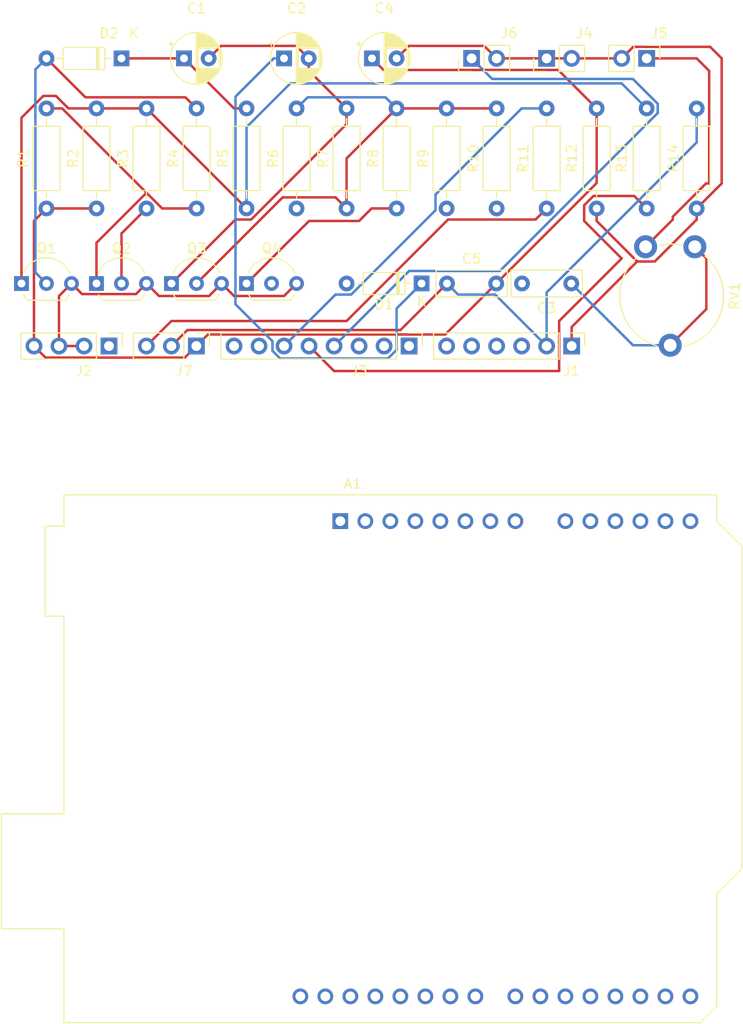
<source format=kicad_pcb>
(kicad_pcb (version 20221018) (generator pcbnew)
  (layers (0 "F.Cu" signal) (31 "B.Cu" signal) (34 "B.Paste" user) (35 "F.Paste" user) (36 "B.SilkS" user "B.Silkscreen") (37 "F.SilkS" user "F.Silkscreen") (38 "B.Mask" user) (39 "F.Mask" user) (44 "Edge.Cuts" user))
  (net 0 "")
  (net 1 "Net-(D2-K)")
  (net 2 "Net-(Q3-C)")
  (net 3 "Net-(D1-K)")
  (net 4 "Net-(C3-Pad1)")
  (net 5 "Net-(Q4-B)")
  (net 6 "VCC")
  (net 7 "GND")
  (net 8 "Net-(J1-Pin_2)")
  (net 9 "Net-(D1-A)")
  (net 10 "Net-(D2-A)")
  (net 11 "Micro")
  (net 12 "Taste")
  (net 13 "Net-(Q2-C)")
  (net 14 "Net-(Q1-C)")
  (net 15 "Net-(Q3-B)")
  (net 16 "Net-(Q4-C)")
  (net 17 "Net-(J7-Pin_3)")
  (net 18 "Net-(J3-Pin_6)")
  (net 19 "DI6")
  (footprint "Potentiometer_THT:Potentiometer_Piher_PT-10-V10_Vertical_Hole" (layer "F.Cu") (at 147.21 85.17 -90)
    (fp_text reference "RV1" (at 5 -9.05 90) (layer "F.SilkS"))
    (fp_text value "10k")
    (pad "" np_thru_hole circle (at 5 -2.65 270) (size 4 4) (drill 4) (layers "*.Cu" "*.Mask"))
    (pad "1" thru_hole circle (at 0 0 270) (size 2.34 2.34) (drill 1.3) (layers "*.Cu" "*.Mask") (net 11 "Micro"))
    (pad "2" thru_hole circle (at 10 -2.5 270) (size 2.34 2.34) (drill 1.3) (layers "*.Cu" "*.Mask") (net 4 "Net-(C3-Pad1)"))
    (pad "3" thru_hole circle (at 0 -5 270) (size 2.34 2.34) (drill 1.3) (layers "*.Cu" "*.Mask") (net 4 "Net-(C3-Pad1)"))
  )
  (footprint "Resistor_THT:R_Axial_DIN0207_L6.3mm_D2.5mm_P10.16mm_Horizontal" (layer "F.Cu") (at 86.36 81.28 90)
    (fp_text reference "R1" (at 5.08 -2.37 90) (layer "F.SilkS"))
    (fp_text value "1k")
    (pad "1" thru_hole circle (at 0 0 90) (size 1.6 1.6) (drill 0.8) (layers "*.Cu" "*.Mask") (net 6 "VCC"))
    (pad "2" thru_hole oval (at 10.16 0 90) (size 1.6 1.6) (drill 0.8) (layers "*.Cu" "*.Mask") (net 13 "Net-(Q2-C)"))
  )
  (footprint "Resistor_THT:R_Axial_DIN0207_L6.3mm_D2.5mm_P10.16mm_Horizontal" (layer "F.Cu") (at 137.16 81.28 90)
    (fp_text reference "R11" (at 5.08 -2.37 90) (layer "F.SilkS"))
    (fp_text value "470")
    (pad "1" thru_hole circle (at 0 0 90) (size 1.6 1.6) (drill 0.8) (layers "*.Cu" "*.Mask") (net 17 "Net-(J7-Pin_3)"))
    (pad "2" thru_hole oval (at 10.16 0 90) (size 1.6 1.6) (drill 0.8) (layers "*.Cu" "*.Mask") (net 18 "Net-(J3-Pin_6)"))
  )
  (footprint "Resistor_THT:R_Axial_DIN0207_L6.3mm_D2.5mm_P10.16mm_Horizontal" (layer "F.Cu") (at 147.32 71.12 -90)
    (fp_text reference "R13" (at 5.08 2.54 90) (layer "F.SilkS"))
    (fp_text value "470")
    (pad "1" thru_hole circle (at 0 0 270) (size 1.6 1.6) (drill 0.8) (layers "*.Cu" "*.Mask") (net 14 "Net-(Q1-C)"))
    (pad "2" thru_hole oval (at 10.16 0 270) (size 1.6 1.6) (drill 0.8) (layers "*.Cu" "*.Mask") (net 19 "DI6"))
  )
  (footprint "Resistor_THT:R_Axial_DIN0207_L6.3mm_D2.5mm_P10.16mm_Horizontal" (layer "F.Cu") (at 106.68 81.28 90)
    (fp_text reference "R5" (at 5.08 -2.37 90) (layer "F.SilkS"))
    (fp_text value "1k")
    (pad "1" thru_hole circle (at 0 0 90) (size 1.6 1.6) (drill 0.8) (layers "*.Cu" "*.Mask") (net 14 "Net-(Q1-C)"))
    (pad "2" thru_hole oval (at 10.16 0 90) (size 1.6 1.6) (drill 0.8) (layers "*.Cu" "*.Mask") (net 1 "Net-(D2-K)"))
  )
  (footprint "Connector_PinHeader_2.54mm:PinHeader_1x03_P2.54mm_Vertical" (layer "F.Cu") (at 101.585 95.25 -90)
    (fp_text reference "J7" (at 2.54 1.255 -180) (layer "F.SilkS"))
    (fp_text value "03")
    (pad "1" thru_hole rect (at 0 0 270) (size 1.7 1.7) (drill 1) (layers "*.Cu" "*.Mask") (net 6 "VCC"))
    (pad "2" thru_hole oval (at 0 2.54 270) (size 1.7 1.7) (drill 1) (layers "*.Cu" "*.Mask") (net 8 "Net-(J1-Pin_2)"))
    (pad "3" thru_hole oval (at 0 5.08 270) (size 1.7 1.7) (drill 1) (layers "*.Cu" "*.Mask") (net 17 "Net-(J7-Pin_3)"))
  )
  (footprint "Diode_THT:D_DO-35_SOD27_P7.62mm_Horizontal" (layer "F.Cu") (at 124.46 88.9 180)
    (fp_text reference "D1" (at 3.81 -2.12) (layer "F.SilkS"))
    (fp_text value "1N4148")
    (fp_text user "K" (at 0 -1.8) (layer "F.SilkS"))
    (pad "1" thru_hole rect (at 0 0 180) (size 1.6 1.6) (drill 0.8) (layers "*.Cu" "*.Mask") (net 3 "Net-(D1-K)"))
    (pad "2" thru_hole oval (at 7.62 0 180) (size 1.6 1.6) (drill 0.8) (layers "*.Cu" "*.Mask") (net 9 "Net-(D1-A)"))
  )
  (footprint "Resistor_THT:R_Axial_DIN0207_L6.3mm_D2.5mm_P10.16mm_Horizontal" (layer "F.Cu") (at 91.44 81.28 90)
    (fp_text reference "R2" (at 5.08 -2.37 90) (layer "F.SilkS"))
    (fp_text value "1k")
    (pad "1" thru_hole circle (at 0 0 90) (size 1.6 1.6) (drill 0.8) (layers "*.Cu" "*.Mask") (net 6 "VCC"))
    (pad "2" thru_hole oval (at 10.16 0 90) (size 1.6 1.6) (drill 0.8) (layers "*.Cu" "*.Mask") (net 14 "Net-(Q1-C)"))
  )
  (footprint "Package_TO_SOT_THT:TO-92L_Inline_Wide" (layer "F.Cu") (at 83.82 88.9)
    (fp_text reference "Q1" (at 2.54 -3.56) (layer "F.SilkS"))
    (fp_text value "BC547")
    (pad "1" thru_hole rect (at 0 0) (size 1.5 1.5) (drill 0.8) (layers "*.Cu" "*.Mask") (net 14 "Net-(Q1-C)"))
    (pad "2" thru_hole circle (at 2.54 0) (size 1.5 1.5) (drill 0.8) (layers "*.Cu" "*.Mask") (net 10 "Net-(D2-A)"))
    (pad "3" thru_hole circle (at 5.08 0) (size 1.5 1.5) (drill 0.8) (layers "*.Cu" "*.Mask") (net 7 "GND"))
  )
  (footprint "Capacitor_THT:CP_Radial_D5.0mm_P2.50mm" (layer "F.Cu") (at 100.33 66.04)
    (fp_text reference "C1" (at 1.27 -5.08) (layer "F.SilkS"))
    (fp_text value "47μF")
    (pad "1" thru_hole rect (at 0 0) (size 1.6 1.6) (drill 0.8) (layers "*.Cu" "*.Mask") (net 1 "Net-(D2-K)"))
    (pad "2" thru_hole circle (at 2.5 0) (size 1.6 1.6) (drill 0.8) (layers "*.Cu" "*.Mask") (net 2 "Net-(Q3-C)"))
  )
  (footprint "Package_TO_SOT_THT:TO-92L_Inline_Wide" (layer "F.Cu") (at 99.06 88.9)
    (fp_text reference "Q3" (at 2.54 -3.56) (layer "F.SilkS"))
    (fp_text value "BC547")
    (pad "1" thru_hole rect (at 0 0) (size 1.5 1.5) (drill 0.8) (layers "*.Cu" "*.Mask") (net 2 "Net-(Q3-C)"))
    (pad "2" thru_hole circle (at 2.54 0) (size 1.5 1.5) (drill 0.8) (layers "*.Cu" "*.Mask") (net 15 "Net-(Q3-B)"))
    (pad "3" thru_hole circle (at 5.08 0) (size 1.5 1.5) (drill 0.8) (layers "*.Cu" "*.Mask") (net 7 "GND"))
  )
  (footprint "Connector_PinHeader_2.54mm:PinHeader_1x02_P2.54mm_Vertical" (layer "F.Cu") (at 147.32 66.04 -90)
    (fp_text reference "J5" (at -2.54 -1.27 -180) (layer "F.SilkS"))
    (fp_text value "Micro")
    (pad "1" thru_hole rect (at 0 0 270) (size 1.7 1.7) (drill 1) (layers "*.Cu" "*.Mask") (net 11 "Micro"))
    (pad "2" thru_hole oval (at 0 2.54 270) (size 1.7 1.7) (drill 1) (layers "*.Cu" "*.Mask") (net 7 "GND"))
  )
  (footprint "Resistor_THT:R_Axial_DIN0207_L6.3mm_D2.5mm_P10.16mm_Horizontal" (layer "F.Cu") (at 152.4 81.28 90)
    (fp_text reference "R14" (at 5.08 -2.37 90) (layer "F.SilkS"))
    (fp_text value "0,22")
    (pad "1" thru_hole circle (at 0 0 90) (size 1.6 1.6) (drill 0.8) (layers "*.Cu" "*.Mask") (net 7 "GND"))
    (pad "2" thru_hole oval (at 10.16 0 90) (size 1.6 1.6) (drill 0.8) (layers "*.Cu" "*.Mask") (net 8 "Net-(J1-Pin_2)"))
  )
  (footprint "Diode_THT:D_DO-35_SOD27_P7.62mm_Horizontal" (layer "F.Cu") (at 93.98 66.04 180)
    (fp_text reference "D2" (at 1.27 2.54) (layer "F.SilkS"))
    (fp_text value "1N4148")
    (fp_text user "K" (at -1.27 2.54) (layer "F.SilkS"))
    (pad "1" thru_hole rect (at 0 0 180) (size 1.6 1.6) (drill 0.8) (layers "*.Cu" "*.Mask") (net 1 "Net-(D2-K)"))
    (pad "2" thru_hole oval (at 7.62 0 180) (size 1.6 1.6) (drill 0.8) (layers "*.Cu" "*.Mask") (net 10 "Net-(D2-A)"))
  )
  (footprint "Connector_PinHeader_2.54mm:PinHeader_1x08_P2.54mm_Vertical" (layer "F.Cu") (at 123.19 95.25 -90)
    (fp_text reference "J3" (at 2.54 5.08 -180) (layer "F.SilkS"))
    (fp_text value "DIGITAL")
    (pad "1" thru_hole rect (at 0 0 270) (size 1.7 1.7) (drill 1) (layers "*.Cu" "*.Mask"))
    (pad "2" thru_hole oval (at 0 2.54 270) (size 1.7 1.7) (drill 1) (layers "*.Cu" "*.Mask"))
    (pad "3" thru_hole oval (at 0 5.08 270) (size 1.7 1.7) (drill 1) (layers "*.Cu" "*.Mask"))
    (pad "4" thru_hole oval (at 0 7.62 270) (size 1.7 1.7) (drill 1) (layers "*.Cu" "*.Mask") (net 12 "Taste"))
    (pad "5" thru_hole oval (at 0 10.16 270) (size 1.7 1.7) (drill 1) (layers "*.Cu" "*.Mask") (net 19 "DI6"))
    (pad "6" thru_hole oval (at 0 12.7 270) (size 1.7 1.7) (drill 1) (layers "*.Cu" "*.Mask") (net 18 "Net-(J3-Pin_6)"))
    (pad "7" thru_hole oval (at 0 15.24 270) (size 1.7 1.7) (drill 1) (layers "*.Cu" "*.Mask"))
    (pad "8" thru_hole oval (at 0 17.78 270) (size 1.7 1.7) (drill 1) (layers "*.Cu" "*.Mask"))
  )
  (footprint "Connector_PinHeader_2.54mm:PinHeader_1x02_P2.54mm_Vertical" (layer "F.Cu") (at 137.16 66.04 90)
    (fp_text reference "J4" (at 2.54 3.81 180) (layer "F.SilkS"))
    (fp_text value "LDR")
    (pad "1" thru_hole rect (at 0 0 90) (size 1.7 1.7) (drill 1) (layers "*.Cu" "*.Mask") (net 7 "GND"))
    (pad "2" thru_hole oval (at 0 2.54 90) (size 1.7 1.7) (drill 1) (layers "*.Cu" "*.Mask") (net 7 "GND"))
  )
  (footprint "Package_TO_SOT_THT:TO-92L_Inline_Wide" (layer "F.Cu") (at 106.68 88.9)
    (fp_text reference "Q4" (at 2.54 -3.56) (layer "F.SilkS"))
    (fp_text value "BC547")
    (pad "1" thru_hole rect (at 0 0) (size 1.5 1.5) (drill 0.8) (layers "*.Cu" "*.Mask") (net 16 "Net-(Q4-C)"))
    (pad "2" thru_hole circle (at 2.54 0) (size 1.5 1.5) (drill 0.8) (layers "*.Cu" "*.Mask") (net 5 "Net-(Q4-B)"))
    (pad "3" thru_hole circle (at 5.08 0) (size 1.5 1.5) (drill 0.8) (layers "*.Cu" "*.Mask") (net 7 "GND"))
  )
  (footprint "Connector_PinHeader_2.54mm:PinHeader_1x04_P2.54mm_Vertical" (layer "F.Cu") (at 92.71 95.25 -90)
    (fp_text reference "J2" (at 2.54 2.54 -180) (layer "F.SilkS"))
    (fp_text value "Power")
    (pad "1" thru_hole rect (at 0 0 270) (size 1.7 1.7) (drill 1) (layers "*.Cu" "*.Mask"))
    (pad "2" thru_hole oval (at 0 2.54 270) (size 1.7 1.7) (drill 1) (layers "*.Cu" "*.Mask") (net 7 "GND"))
    (pad "3" thru_hole oval (at 0 5.08 270) (size 1.7 1.7) (drill 1) (layers "*.Cu" "*.Mask") (net 7 "GND"))
    (pad "4" thru_hole oval (at 0 7.62 270) (size 1.7 1.7) (drill 1) (layers "*.Cu" "*.Mask") (net 6 "VCC"))
  )
  (footprint "Connector_PinHeader_2.54mm:PinHeader_1x06_P2.54mm_Vertical" (layer "F.Cu") (at 139.7 95.25 -90)
    (fp_text reference "J1" (at 2.54 0) (layer "F.SilkS"))
    (fp_text value "Analog IN")
    (pad "1" thru_hole rect (at 0 0 270) (size 1.7 1.7) (drill 1) (layers "*.Cu" "*.Mask") (net 7 "GND"))
    (pad "2" thru_hole oval (at 0 2.54 270) (size 1.7 1.7) (drill 1) (layers "*.Cu" "*.Mask") (net 8 "Net-(J1-Pin_2)"))
    (pad "3" thru_hole oval (at 0 5.08 270) (size 1.7 1.7) (drill 1) (layers "*.Cu" "*.Mask"))
    (pad "4" thru_hole oval (at 0 7.62 270) (size 1.7 1.7) (drill 1) (layers "*.Cu" "*.Mask"))
    (pad "5" thru_hole oval (at 0 10.16 270) (size 1.7 1.7) (drill 1) (layers "*.Cu" "*.Mask"))
    (pad "6" thru_hole oval (at 0 12.7 270) (size 1.7 1.7) (drill 1) (layers "*.Cu" "*.Mask"))
  )
  (footprint "Resistor_THT:R_Axial_DIN0207_L6.3mm_D2.5mm_P10.16mm_Horizontal" (layer "F.Cu") (at 121.92 81.28 90)
    (fp_text reference "R8" (at 5.08 -2.37 90) (layer "F.SilkS"))
    (fp_text value "4k7")
    (pad "1" thru_hole circle (at 0 0 90) (size 1.6 1.6) (drill 0.8) (layers "*.Cu" "*.Mask") (net 16 "Net-(Q4-C)"))
    (pad "2" thru_hole oval (at 10.16 0 90) (size 1.6 1.6) (drill 0.8) (layers "*.Cu" "*.Mask") (net 15 "Net-(Q3-B)"))
  )
  (footprint "Capacitor_THT:C_Disc_D7.0mm_W2.5mm_P5.00mm" (layer "F.Cu") (at 139.66 88.9 180)
    (fp_text reference "C3" (at 2.5 -2.5) (layer "F.SilkS"))
    (fp_text value "100NF")
    (pad "1" thru_hole circle (at 0 0 180) (size 1.6 1.6) (drill 0.8) (layers "*.Cu" "*.Mask") (net 4 "Net-(C3-Pad1)"))
    (pad "2" thru_hole circle (at 5 0 180) (size 1.6 1.6) (drill 0.8) (layers "*.Cu" "*.Mask") (net 5 "Net-(Q4-B)"))
  )
  (footprint "Capacitor_THT:CP_Radial_D5.0mm_P2.50mm" (layer "F.Cu") (at 119.42 66.04)
    (fp_text reference "C4" (at 1.23 -5.08) (layer "F.SilkS"))
    (fp_text value "47μF")
    (pad "1" thru_hole rect (at 0 0) (size 1.6 1.6) (drill 0.8) (layers "*.Cu" "*.Mask") (net 6 "VCC"))
    (pad "2" thru_hole circle (at 2.5 0) (size 1.6 1.6) (drill 0.8) (layers "*.Cu" "*.Mask") (net 7 "GND"))
  )
  (footprint "Module:Arduino_UNO_R2" (layer "F.Cu") (at 116.205 113.03)
    (fp_text reference "A1" (at 1.27 -3.81 180) (layer "F.SilkS"))
    (fp_text value "Arduino_UNO_R2")
    (pad "1" thru_hole rect (at 0 0 90) (size 1.6 1.6) (drill 1) (layers "*.Cu" "*.Mask"))
    (pad "2" thru_hole oval (at 2.54 0 90) (size 1.6 1.6) (drill 1) (layers "*.Cu" "*.Mask"))
    (pad "3" thru_hole oval (at 5.08 0 90) (size 1.6 1.6) (drill 1) (layers "*.Cu" "*.Mask"))
    (pad "4" thru_hole oval (at 7.62 0 90) (size 1.6 1.6) (drill 1) (layers "*.Cu" "*.Mask"))
    (pad "5" thru_hole oval (at 10.16 0 90) (size 1.6 1.6) (drill 1) (layers "*.Cu" "*.Mask"))
    (pad "6" thru_hole oval (at 12.7 0 90) (size 1.6 1.6) (drill 1) (layers "*.Cu" "*.Mask"))
    (pad "7" thru_hole oval (at 15.24 0 90) (size 1.6 1.6) (drill 1) (layers "*.Cu" "*.Mask"))
    (pad "8" thru_hole oval (at 17.78 0 90) (size 1.6 1.6) (drill 1) (layers "*.Cu" "*.Mask"))
    (pad "9" thru_hole oval (at 22.86 0 90) (size 1.6 1.6) (drill 1) (layers "*.Cu" "*.Mask"))
    (pad "10" thru_hole oval (at 25.4 0 90) (size 1.6 1.6) (drill 1) (layers "*.Cu" "*.Mask"))
    (pad "11" thru_hole oval (at 27.94 0 90) (size 1.6 1.6) (drill 1) (layers "*.Cu" "*.Mask"))
    (pad "12" thru_hole oval (at 30.48 0 90) (size 1.6 1.6) (drill 1) (layers "*.Cu" "*.Mask"))
    (pad "13" thru_hole oval (at 33.02 0 90) (size 1.6 1.6) (drill 1) (layers "*.Cu" "*.Mask"))
    (pad "14" thru_hole oval (at 35.56 0 90) (size 1.6 1.6) (drill 1) (layers "*.Cu" "*.Mask"))
    (pad "15" thru_hole oval (at 35.56 48.26 90) (size 1.6 1.6) (drill 1) (layers "*.Cu" "*.Mask"))
    (pad "16" thru_hole oval (at 33.02 48.26 90) (size 1.6 1.6) (drill 1) (layers "*.Cu" "*.Mask"))
    (pad "17" thru_hole oval (at 30.48 48.26 90) (size 1.6 1.6) (drill 1) (layers "*.Cu" "*.Mask"))
    (pad "18" thru_hole oval (at 27.94 48.26 90) (size 1.6 1.6) (drill 1) (layers "*.Cu" "*.Mask"))
    (pad "19" thru_hole oval (at 25.4 48.26 90) (size 1.6 1.6) (drill 1) (layers "*.Cu" "*.Mask"))
    (pad "20" thru_hole oval (at 22.86 48.26 90) (size 1.6 1.6) (drill 1) (layers "*.Cu" "*.Mask"))
    (pad "21" thru_hole oval (at 20.32 48.26 90) (size 1.6 1.6) (drill 1) (layers "*.Cu" "*.Mask"))
    (pad "22" thru_hole oval (at 17.78 48.26 90) (size 1.6 1.6) (drill 1) (layers "*.Cu" "*.Mask"))
    (pad "23" thru_hole oval (at 13.72 48.26 90) (size 1.6 1.6) (drill 1) (layers "*.Cu" "*.Mask"))
    (pad "24" thru_hole oval (at 11.18 48.26 90) (size 1.6 1.6) (drill 1) (layers "*.Cu" "*.Mask"))
    (pad "25" thru_hole oval (at 8.64 48.26 90) (size 1.6 1.6) (drill 1) (layers "*.Cu" "*.Mask"))
    (pad "26" thru_hole oval (at 6.1 48.26 90) (size 1.6 1.6) (drill 1) (layers "*.Cu" "*.Mask"))
    (pad "27" thru_hole oval (at 3.56 48.26 90) (size 1.6 1.6) (drill 1) (layers "*.Cu" "*.Mask"))
    (pad "28" thru_hole oval (at 1.02 48.26 90) (size 1.6 1.6) (drill 1) (layers "*.Cu" "*.Mask"))
    (pad "29" thru_hole oval (at -1.52 48.26 90) (size 1.6 1.6) (drill 1) (layers "*.Cu" "*.Mask"))
    (pad "30" thru_hole oval (at -4.06 48.26 90) (size 1.6 1.6) (drill 1) (layers "*.Cu" "*.Mask"))
  )
  (footprint "Package_TO_SOT_THT:TO-92L_Inline_Wide" (layer "F.Cu") (at 91.44 88.9)
    (fp_text reference "Q2" (at 2.54 -3.56) (layer "F.SilkS"))
    (fp_text value "BC547")
    (pad "1" thru_hole rect (at 0 0) (size 1.5 1.5) (drill 0.8) (layers "*.Cu" "*.Mask") (net 13 "Net-(Q2-C)"))
    (pad "2" thru_hole circle (at 2.54 0) (size 1.5 1.5) (drill 0.8) (layers "*.Cu" "*.Mask") (net 9 "Net-(D1-A)"))
    (pad "3" thru_hole circle (at 5.08 0) (size 1.5 1.5) (drill 0.8) (layers "*.Cu" "*.Mask") (net 7 "GND"))
  )
  (footprint "Resistor_THT:R_Axial_DIN0207_L6.3mm_D2.5mm_P10.16mm_Horizontal" (layer "F.Cu") (at 101.6 81.28 90)
    (fp_text reference "R4" (at 5.08 -2.37 90) (layer "F.SilkS"))
    (fp_text value "22k")
    (pad "1" thru_hole circle (at 0 0 90) (size 1.6 1.6) (drill 0.8) (layers "*.Cu" "*.Mask") (net 13 "Net-(Q2-C)"))
    (pad "2" thru_hole oval (at 10.16 0 90) (size 1.6 1.6) (drill 0.8) (layers "*.Cu" "*.Mask") (net 10 "Net-(D2-A)"))
  )
  (footprint "Capacitor_THT:CP_Radial_D5.0mm_P2.50mm" (layer "F.Cu") (at 110.49 66.04)
    (fp_text reference "C2" (at 1.27 -5.08) (layer "F.SilkS"))
    (fp_text value "47μF")
    (pad "1" thru_hole rect (at 0 0) (size 1.6 1.6) (drill 0.8) (layers "*.Cu" "*.Mask") (net 3 "Net-(D1-K)"))
    (pad "2" thru_hole circle (at 2.5 0) (size 1.6 1.6) (drill 0.8) (layers "*.Cu" "*.Mask") (net 2 "Net-(Q3-C)"))
  )
  (footprint "Resistor_THT:R_Axial_DIN0207_L6.3mm_D2.5mm_P10.16mm_Horizontal" (layer "F.Cu") (at 127 81.28 90)
    (fp_text reference "R9" (at 5.08 -2.37 90) (layer "F.SilkS"))
    (fp_text value "160k")
    (pad "1" thru_hole circle (at 0 0 90) (size 1.6 1.6) (drill 0.8) (layers "*.Cu" "*.Mask") (net 5 "Net-(Q4-B)"))
    (pad "2" thru_hole oval (at 10.16 0 90) (size 1.6 1.6) (drill 0.8) (layers "*.Cu" "*.Mask") (net 15 "Net-(Q3-B)"))
  )
  (footprint "Connector_PinHeader_2.54mm:PinHeader_1x02_P2.54mm_Vertical" (layer "F.Cu") (at 129.54 66.04 90)
    (fp_text reference "J6" (at 2.54 3.81 180) (layer "F.SilkS"))
    (fp_text value "Taste")
    (pad "1" thru_hole rect (at 0 0 90) (size 1.7 1.7) (drill 1) (layers "*.Cu" "*.Mask") (net 12 "Taste"))
    (pad "2" thru_hole oval (at 0 2.54 90) (size 1.7 1.7) (drill 1) (layers "*.Cu" "*.Mask") (net 7 "GND"))
  )
  (footprint "Resistor_THT:R_Axial_DIN0207_L6.3mm_D2.5mm_P10.16mm_Horizontal" (layer "F.Cu") (at 96.52 81.28 90)
    (fp_text reference "R3" (at 5.08 -2.37 90) (layer "F.SilkS"))
    (fp_text value "22k")
    (pad "1" thru_hole circle (at 0 0 90) (size 1.6 1.6) (drill 0.8) (layers "*.Cu" "*.Mask") (net 9 "Net-(D1-A)"))
    (pad "2" thru_hole oval (at 10.16 0 90) (size 1.6 1.6) (drill 0.8) (layers "*.Cu" "*.Mask") (net 14 "Net-(Q1-C)"))
  )
  (footprint "Resistor_THT:R_Axial_DIN0207_L6.3mm_D2.5mm_P10.16mm_Horizontal" (layer "F.Cu") (at 142.24 71.12 -90)
    (fp_text reference "R12" (at 5.08 2.54 90) (layer "F.SilkS"))
    (fp_text value "10k")
    (pad "1" thru_hole circle (at 0 0 270) (size 1.6 1.6) (drill 0.8) (layers "*.Cu" "*.Mask") (net 6 "VCC"))
    (pad "2" thru_hole oval (at 10.16 0 270) (size 1.6 1.6) (drill 0.8) (layers "*.Cu" "*.Mask") (net 7 "GND"))
  )
  (footprint "Resistor_THT:R_Axial_DIN0207_L6.3mm_D2.5mm_P10.16mm_Horizontal" (layer "F.Cu") (at 111.76 81.28 90)
    (fp_text reference "R6" (at 5.08 -2.37 90) (layer "F.SilkS"))
    (fp_text value "1k")
    (pad "1" thru_hole circle (at 0 0 90) (size 1.6 1.6) (drill 0.8) (layers "*.Cu" "*.Mask") (net 13 "Net-(Q2-C)"))
    (pad "2" thru_hole oval (at 10.16 0 90) (size 1.6 1.6) (drill 0.8) (layers "*.Cu" "*.Mask") (net 15 "Net-(Q3-B)"))
  )
  (footprint "Capacitor_THT:C_Disc_D7.0mm_W2.5mm_P5.00mm" (layer "F.Cu") (at 127.04 88.9)
    (fp_text reference "C5" (at 2.5 -2.5) (layer "F.SilkS"))
    (fp_text value "100NF")
    (pad "1" thru_hole circle (at 0 0) (size 1.6 1.6) (drill 0.8) (layers "*.Cu" "*.Mask") (net 8 "Net-(J1-Pin_2)"))
    (pad "2" thru_hole circle (at 5 0) (size 1.6 1.6) (drill 0.8) (layers "*.Cu" "*.Mask") (net 6 "VCC"))
  )
  (footprint "Resistor_THT:R_Axial_DIN0207_L6.3mm_D2.5mm_P10.16mm_Horizontal" (layer "F.Cu") (at 116.84 81.28 90)
    (fp_text reference "R7" (at 5.08 -2.37 90) (layer "F.SilkS"))
    (fp_text value "10k")
    (pad "1" thru_hole circle (at 0 0 90) (size 1.6 1.6) (drill 0.8) (layers "*.Cu" "*.Mask") (net 15 "Net-(Q3-B)"))
    (pad "2" thru_hole oval (at 10.16 0 90) (size 1.6 1.6) (drill 0.8) (layers "*.Cu" "*.Mask") (net 2 "Net-(Q3-C)"))
  )
  (footprint "Resistor_THT:R_Axial_DIN0207_L6.3mm_D2.5mm_P10.16mm_Horizontal" (layer "F.Cu") (at 132.08 81.28 90)
    (fp_text reference "R10" (at 5.08 -2.37 90) (layer "F.SilkS"))
    (fp_text value "10k")
    (pad "1" thru_hole circle (at 0 0 90) (size 1.6 1.6) (drill 0.8) (layers "*.Cu" "*.Mask") (net 4 "Net-(C3-Pad1)"))
    (pad "2" thru_hole oval (at 10.16 0 90) (size 1.6 1.6) (drill 0.8) (layers "*.Cu" "*.Mask") (net 15 "Net-(Q3-B)"))
  )
  (segment (start 105.41 71.12) (end 106.68 71.12) (width 0.25) (layer "F.Cu") (net 1))
  (segment (start 100.33 66.04) (end 105.41 71.12) (width 0.25) (layer "F.Cu") (net 1))
  (segment (start 93.98 66.04) (end 100.33 66.04) (width 0.25) (layer "F.Cu") (net 1))
  (segment (start 104.1 64.77) (end 102.83 66.04) (width 0.25) (layer "F.Cu") (net 2))
  (segment (start 107.145991 82.405) (end 116.84 72.710991) (width 0.25) (layer "F.Cu") (net 2))
  (segment (start 116.84 72.710991) (end 116.84 71.12) (width 0.25) (layer "F.Cu") (net 2))
  (segment (start 111.76 64.77) (end 104.1 64.77) (width 0.25) (layer "F.Cu") (net 2))
  (segment (start 99.06 88.9) (end 105.555 82.405) (width 0.25) (layer "F.Cu") (net 2))
  (segment (start 105.555 82.405) (end 107.145991 82.405) (width 0.25) (layer "F.Cu") (net 2))
  (segment (start 112.99 67.27) (end 116.84 71.12) (width 0.25) (layer "F.Cu") (net 2))
  (segment (start 111.76 64.81) (end 111.76 64.77) (width 0.25) (layer "F.Cu") (net 2))
  (segment (start 112.99 66.04) (end 112.99 67.27) (width 0.25) (layer "F.Cu") (net 2))
  (segment (start 112.99 66.04) (end 111.76 64.81) (width 0.25) (layer "F.Cu") (net 2))
  (segment (start 121.041701 96.52) (end 121.92 95.641701) (width 0.25) (layer "B.Cu") (net 3))
  (segment (start 109.44 66.04) (end 105.555 69.925) (width 0.25) (layer "B.Cu") (net 3))
  (segment (start 110.49 66.04) (end 109.44 66.04) (width 0.25) (layer "B.Cu") (net 3))
  (segment (start 121.92 95.641701) (end 121.92 91.44) (width 0.25) (layer "B.Cu") (net 3))
  (segment (start 109.315 94.763299) (end 109.315 95.736701) (width 0.25) (layer "B.Cu") (net 3))
  (segment (start 121.92 91.44) (end 124.46 88.9) (width 0.25) (layer "B.Cu") (net 3))
  (segment (start 110.098299 96.52) (end 121.041701 96.52) (width 0.25) (layer "B.Cu") (net 3))
  (segment (start 105.555 69.925) (end 105.555 91.003299) (width 0.25) (layer "B.Cu") (net 3))
  (segment (start 105.555 91.003299) (end 109.315 94.763299) (width 0.25) (layer "B.Cu") (net 3))
  (segment (start 109.315 95.736701) (end 110.098299 96.52) (width 0.25) (layer "B.Cu") (net 3))
  (segment (start 152.21 85.17) (end 153.379999 86.339999) (width 0.25) (layer "F.Cu") (net 4))
  (segment (start 153.379999 91.500001) (end 149.71 95.17) (width 0.25) (layer "F.Cu") (net 4))
  (segment (start 153.379999 86.339999) (end 153.379999 91.500001) (width 0.25) (layer "F.Cu") (net 4))
  (segment (start 149.71 95.17) (end 145.93 95.17) (width 0.25) (layer "B.Cu") (net 4))
  (segment (start 145.93 95.17) (end 139.66 88.9) (width 0.25) (layer "B.Cu") (net 4))
  (segment (start 101.585 95.25) (end 102.76 94.075) (width 0.25) (layer "F.Cu") (net 6))
  (segment (start 142.24 71.12) (end 138.335 67.215) (width 0.25) (layer "F.Cu") (net 6))
  (segment (start 100.41 96.425) (end 86.265 96.425) (width 0.25) (layer "F.Cu") (net 6))
  (segment (start 86.36 81.28) (end 91.44 81.28) (width 0.25) (layer "F.Cu") (net 6))
  (segment (start 120.595 67.215) (end 119.42 66.04) (width 0.25) (layer "F.Cu") (net 6))
  (segment (start 86.36 81.28) (end 85.09 82.55) (width 0.25) (layer "F.Cu") (net 6))
  (segment (start 138.335 67.215) (end 120.595 67.215) (width 0.25) (layer "F.Cu") (net 6))
  (segment (start 101.585 95.25) (end 100.41 96.425) (width 0.25) (layer "F.Cu") (net 6))
  (segment (start 132.04 88.9) (end 142.24 78.7) (width 0.25) (layer "F.Cu") (net 6))
  (segment (start 102.76 94.075) (end 126.865 94.075) (width 0.25) (layer "F.Cu") (net 6))
  (segment (start 142.24 78.7) (end 142.24 71.12) (width 0.25) (layer "F.Cu") (net 6))
  (segment (start 86.265 96.425) (end 85.09 95.25) (width 0.25) (layer "F.Cu") (net 6))
  (segment (start 126.865 94.075) (end 132.04 88.9) (width 0.25) (layer "F.Cu") (net 6))
  (segment (start 85.09 82.55) (end 85.09 95.25) (width 0.25) (layer "F.Cu") (net 6))
  (segment (start 95.445 89.975) (end 96.52 88.9) (width 0.25) (layer "F.Cu") (net 7))
  (segment (start 130.81 64.77) (end 123.19 64.77) (width 0.25) (layer "F.Cu") (net 7))
  (segment (start 145.955 64.865) (end 153.765 64.865) (width 0.25) (layer "F.Cu") (net 7))
  (segment (start 152.4 81.28) (end 152.4 82.41137) (width 0.25) (layer "F.Cu") (net 7))
  (segment (start 148.14637 86.665) (end 146.355 86.665) (width 0.25) (layer "F.Cu") (net 7))
  (segment (start 88.9 88.9) (end 89.975 89.975) (width 0.25) (layer "F.Cu") (net 7))
  (segment (start 132.08 66.04) (end 137.16 66.04) (width 0.25) (layer "F.Cu") (net 7))
  (segment (start 146.355 86.665) (end 142.24 82.55) (width 0.25) (layer "F.Cu") (net 7))
  (segment (start 154.94 78.74) (end 152.4 81.28) (width 0.25) (layer "F.Cu") (net 7))
  (segment (start 142.24 82.55) (end 142.24 81.28) (width 0.25) (layer "F.Cu") (net 7))
  (segment (start 97.79 90.17) (end 102.87 90.17) (width 0.25) (layer "F.Cu") (net 7))
  (segment (start 87.63 90.17) (end 88.9 88.9) (width 0.25) (layer "F.Cu") (net 7))
  (segment (start 96.52 88.9) (end 97.79 90.17) (width 0.25) (layer "F.Cu") (net 7))
  (segment (start 102.87 90.17) (end 104.14 88.9) (width 0.25) (layer "F.Cu") (net 7))
  (segment (start 139.7 95.25) (end 139.7 93.32) (width 0.25) (layer "F.Cu") (net 7))
  (segment (start 154.94 66.04) (end 154.94 78.74) (width 0.25) (layer "F.Cu") (net 7))
  (segment (start 89.975 89.975) (end 95.445 89.975) (width 0.25) (layer "F.Cu") (net 7))
  (segment (start 87.63 95.25) (end 90.17 95.25) (width 0.25) (layer "F.Cu") (net 7))
  (segment (start 139.7 66.04) (end 144.78 66.04) (width 0.25) (layer "F.Cu") (net 7))
  (segment (start 105.41 90.17) (end 110.49 90.17) (width 0.25) (layer "F.Cu") (net 7))
  (segment (start 144.78 66.04) (end 145.955 64.865) (width 0.25) (layer "F.Cu") (net 7))
  (segment (start 87.63 95.25) (end 87.63 90.17) (width 0.25) (layer "F.Cu") (net 7))
  (segment (start 104.14 88.9) (end 105.41 90.17) (width 0.25) (layer "F.Cu") (net 7))
  (segment (start 137.16 66.04) (end 139.7 66.04) (width 0.25) (layer "F.Cu") (net 7))
  (segment (start 152.4 82.41137) (end 148.14637 86.665) (width 0.25) (layer "F.Cu") (net 7))
  (segment (start 139.7 93.32) (end 146.355 86.665) (width 0.25) (layer "F.Cu") (net 7))
  (segment (start 132.08 66.04) (end 130.81 64.77) (width 0.25) (layer "F.Cu") (net 7))
  (segment (start 123.19 64.77) (end 121.92 66.04) (width 0.25) (layer "F.Cu") (net 7))
  (segment (start 153.765 64.865) (end 154.94 66.04) (width 0.25) (layer "F.Cu") (net 7))
  (segment (start 110.49 90.17) (end 111.76 88.9) (width 0.25) (layer "F.Cu") (net 7))
  (segment (start 122.315 93.625) (end 127.04 88.9) (width 0.25) (layer "F.Cu") (net 8))
  (segment (start 99.045 95.25) (end 100.67 93.625) (width 0.25) (layer "F.Cu") (net 8))
  (segment (start 100.67 93.625) (end 122.315 93.625) (width 0.25) (layer "F.Cu") (net 8))
  (segment (start 131.935 90.025) (end 128.165 90.025) (width 0.25) (layer "B.Cu") (net 8))
  (segment (start 152.4 74.569009) (end 152.4 71.12) (width 0.25) (layer "B.Cu") (net 8))
  (segment (start 137.16 95.25) (end 137.16 89.809009) (width 0.25) (layer "B.Cu") (net 8))
  (segment (start 137.16 95.25) (end 131.935 90.025) (width 0.25) (layer "B.Cu") (net 8))
  (segment (start 137.16 89.809009) (end 152.4 74.569009) (width 0.25) (layer "B.Cu") (net 8))
  (segment (start 128.165 90.025) (end 127.04 88.9) (width 0.25) (layer "B.Cu") (net 8))
  (segment (start 93.98 88.9) (end 93.98 83.82) (width 0.25) (layer "F.Cu") (net 9))
  (segment (start 93.98 83.82) (end 96.52 81.28) (width 0.25) (layer "F.Cu") (net 9))
  (segment (start 100.475 69.995) (end 101.6 71.12) (width 0.25) (layer "F.Cu") (net 10))
  (segment (start 86.36 66.04) (end 90.315 69.995) (width 0.25) (layer "F.Cu") (net 10))
  (segment (start 90.315 69.995) (end 100.475 69.995) (width 0.25) (layer "F.Cu") (net 10))
  (segment (start 86.36 88.9) (end 85.235 87.775) (width 0.25) (layer "B.Cu") (net 10))
  (segment (start 85.235 67.165) (end 86.36 66.04) (width 0.25) (layer "B.Cu") (net 10))
  (segment (start 85.235 87.775) (end 85.235 67.165) (width 0.25) (layer "B.Cu") (net 10))
  (segment (start 149.975 82.114009) (end 153.349009 78.74) (width 0.25) (layer "F.Cu") (net 11))
  (segment (start 153.67 78.74) (end 153.67 67.31) (width 0.25) (layer "F.Cu") (net 11))
  (segment (start 147.21 85.17) (end 149.975 82.405) (width 0.25) (layer "F.Cu") (net 11))
  (segment (start 152.4 66.04) (end 147.32 66.04) (width 0.25) (layer "F.Cu") (net 11))
  (segment (start 153.67 67.31) (end 152.4 66.04) (width 0.25) (layer "F.Cu") (net 11))
  (segment (start 149.975 82.405) (end 149.975 82.114009) (width 0.25) (layer "F.Cu") (net 11))
  (segment (start 153.349009 78.74) (end 153.67 78.74) (width 0.25) (layer "F.Cu") (net 11))
  (segment (start 132.400991 87.63) (end 123.19 87.63) (width 0.25) (layer "B.Cu") (net 12))
  (segment (start 129.54 66.04) (end 131.63 68.13) (width 0.25) (layer "B.Cu") (net 12))
  (segment (start 123.19 87.63) (end 115.57 95.25) (width 0.25) (layer "B.Cu") (net 12))
  (segment (start 148.445 71.585991) (end 132.400991 87.63) (width 0.25) (layer "B.Cu") (net 12))
  (segment (start 145.920991 68.13) (end 148.445 70.654009) (width 0.25) (layer "B.Cu") (net 12))
  (segment (start 131.63 68.13) (end 145.920991 68.13) (width 0.25) (layer "B.Cu") (net 12))
  (segment (start 148.445 70.654009) (end 148.445 71.585991) (width 0.25) (layer "B.Cu") (net 12))
  (segment (start 91.44 88.9) (end 91.44 84.769009) (width 0.25) (layer "F.Cu") (net 13))
  (segment (start 96.359505 79.849504) (end 96.680496 79.849504) (width 0.25) (layer "F.Cu") (net 13))
  (segment (start 86.36 71.12) (end 87.950991 71.12) (width 0.25) (layer "F.Cu") (net 13))
  (segment (start 96.680496 79.849504) (end 98.110991 81.28) (width 0.25) (layer "F.Cu") (net 13))
  (segment (start 87.950991 71.12) (end 96.680496 79.849504) (width 0.25) (layer "F.Cu") (net 13))
  (segment (start 98.110991 81.28) (end 101.6 81.28) (width 0.25) (layer "F.Cu") (net 13))
  (segment (start 91.44 84.769009) (end 96.359505 79.849504) (width 0.25) (layer "F.Cu") (net 13))
  (segment (start 83.82 72.069009) (end 83.82 88.9) (width 0.25) (layer "F.Cu") (net 14))
  (segment (start 86.039009 69.85) (end 83.82 72.069009) (width 0.25) (layer "F.Cu") (net 14))
  (segment (start 87.317387 69.85) (end 86.039009 69.85) (width 0.25) (layer "F.Cu") (net 14))
  (segment (start 96.52 71.12) (end 91.44 71.12) (width 0.25) (layer "F.Cu") (net 14))
  (segment (start 91.44 71.12) (end 88.587387 71.12) (width 0.25) (layer "F.Cu") (net 14))
  (segment (start 88.587387 71.12) (end 87.317387 69.85) (width 0.25) (layer "F.Cu") (net 14))
  (segment (start 96.52 71.12) (end 106.68 81.28) (width 0.25) (layer "F.Cu") (net 14))
  (segment (start 144.78 68.58) (end 111.125 68.58) (width 0.25) (layer "B.Cu") (net 14))
  (segment (start 111.125 68.58) (end 106.68 73.025) (width 0.25) (layer "B.Cu") (net 14))
  (segment (start 147.32 71.12) (end 144.78 68.58) (width 0.25) (layer "B.Cu") (net 14))
  (segment (start 106.68 73.025) (end 106.68 81.28) (width 0.25) (layer "B.Cu") (net 14))
  (segment (start 115.715 80.155) (end 116.84 81.28) (width 0.25) (layer "F.Cu") (net 15))
  (segment (start 116.84 81.28) (end 116.84 76.2) (width 0.25) (layer "F.Cu") (net 15))
  (segment (start 110.345 80.155) (end 115.715 80.155) (width 0.25) (layer "F.Cu") (net 15))
  (segment (start 101.6 88.9) (end 110.345 80.155) (width 0.25) (layer "F.Cu") (net 15))
  (segment (start 127 71.12) (end 132.08 71.12) (width 0.25) (layer "F.Cu") (net 15))
  (segment (start 116.84 76.2) (end 121.92 71.12) (width 0.25) (layer "F.Cu") (net 15))
  (segment (start 121.92 71.12) (end 127 71.12) (width 0.25) (layer "F.Cu") (net 15))
  (segment (start 111.76 71.12) (end 112.885 69.995) (width 0.25) (layer "B.Cu") (net 15))
  (segment (start 120.795 69.995) (end 121.92 71.12) (width 0.25) (layer "B.Cu") (net 15))
  (segment (start 112.885 69.995) (end 120.795 69.995) (width 0.25) (layer "B.Cu") (net 15))
  (segment (start 118.11 82.55) (end 119.38 81.28) (width 0.25) (layer "F.Cu") (net 16))
  (segment (start 106.68 88.9) (end 113.03 82.55) (width 0.25) (layer "F.Cu") (net 16))
  (segment (start 113.03 82.55) (end 118.11 82.55) (width 0.25) (layer "F.Cu") (net 16))
  (segment (start 119.38 81.28) (end 121.92 81.28) (width 0.25) (layer "F.Cu") (net 16))
  (segment (start 99.045 92.71) (end 116.84 92.71) (width 0.25) (layer "F.Cu") (net 17))
  (segment (start 116.84 92.71) (end 127.145 82.405) (width 0.25) (layer "F.Cu") (net 17))
  (segment (start 136.035 82.405) (end 137.16 81.28) (width 0.25) (layer "F.Cu") (net 17))
  (segment (start 127.145 82.405) (end 136.035 82.405) (width 0.25) (layer "F.Cu") (net 17))
  (segment (start 96.505 95.25) (end 99.045 92.71) (width 0.25) (layer "F.Cu") (net 17))
  (segment (start 110.49 95.25) (end 115.715 90.025) (width 0.25) (layer "B.Cu") (net 18))
  (segment (start 125.875 79.865) (end 134.62 71.12) (width 0.25) (layer "B.Cu") (net 18))
  (segment (start 134.62 71.12) (end 137.16 71.12) (width 0.25) (layer "B.Cu") (net 18))
  (segment (start 115.715 90.025) (end 117.305991 90.025) (width 0.25) (layer "B.Cu") (net 18))
  (segment (start 125.875 81.455991) (end 125.875 79.865) (width 0.25) (layer "B.Cu") (net 18))
  (segment (start 117.305991 90.025) (end 125.875 81.455991) (width 0.25) (layer "B.Cu") (net 18))
  (segment (start 144.78 86.36) (end 138.43 92.71) (width 0.25) (layer "F.Cu") (net 19))
  (segment (start 146.05 80.01) (end 141.919009 80.01) (width 0.25) (layer "F.Cu") (net 19))
  (segment (start 141.919009 80.01) (end 140.97 80.959009) (width 0.25) (layer "F.Cu") (net 19))
  (segment (start 138.43 97.79) (end 115.57 97.79) (width 0.25) (layer "F.Cu") (net 19))
  (segment (start 115.57 97.79) (end 113.03 95.25) (width 0.25) (layer "F.Cu") (net 19))
  (segment (start 147.32 81.28) (end 146.05 80.01) (width 0.25) (layer "F.Cu") (net 19))
  (segment (start 140.97 80.959009) (end 140.97 82.55) (width 0.25) (layer "F.Cu") (net 19))
  (segment (start 140.97 82.55) (end 144.78 86.36) (width 0.25) (layer "F.Cu") (net 19))
  (segment (start 138.43 92.71) (end 138.43 97.79) (width 0.25) (layer "F.Cu") (net 19))
)
</source>
